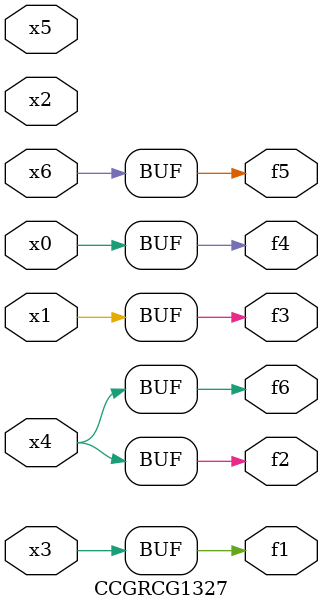
<source format=v>
module CCGRCG1327(
	input x0, x1, x2, x3, x4, x5, x6,
	output f1, f2, f3, f4, f5, f6
);
	assign f1 = x3;
	assign f2 = x4;
	assign f3 = x1;
	assign f4 = x0;
	assign f5 = x6;
	assign f6 = x4;
endmodule

</source>
